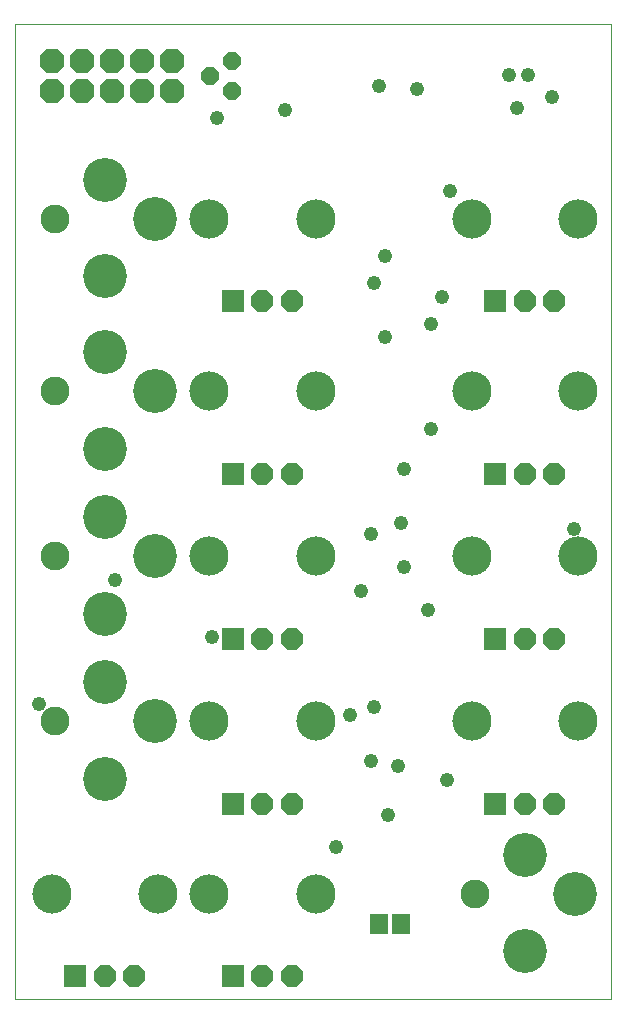
<source format=gts>
G75*
%MOIN*%
%OFA0B0*%
%FSLAX25Y25*%
%IPPOS*%
%LPD*%
%AMOC8*
5,1,8,0,0,1.08239X$1,22.5*
%
%ADD10C,0.00000*%
%ADD11OC8,0.06000*%
%ADD12C,0.14643*%
%ADD13C,0.09658*%
%ADD14OC8,0.08200*%
%ADD15R,0.07296X0.07296*%
%ADD16OC8,0.07296*%
%ADD17C,0.13068*%
%ADD18R,0.05918X0.06706*%
%ADD19C,0.04800*%
D10*
X0003000Y0001000D02*
X0003000Y0325961D01*
X0201701Y0325961D01*
X0201701Y0001000D01*
X0003000Y0001000D01*
D11*
X0075500Y0303500D03*
X0075500Y0313500D03*
X0068000Y0308500D03*
D12*
X0049535Y0261000D03*
X0033000Y0273992D03*
X0033000Y0241709D03*
X0033000Y0216492D03*
X0049535Y0203500D03*
X0033000Y0184209D03*
X0033000Y0161492D03*
X0049535Y0148500D03*
X0033000Y0129209D03*
X0033000Y0106492D03*
X0049535Y0093500D03*
X0033000Y0074209D03*
X0173000Y0048992D03*
X0189535Y0036000D03*
X0173000Y0016709D03*
D13*
X0156465Y0036000D03*
X0016465Y0093500D03*
X0016465Y0148500D03*
X0016465Y0203500D03*
X0016465Y0261000D03*
D14*
X0015500Y0303500D03*
X0015500Y0313500D03*
X0025500Y0313500D03*
X0025500Y0303500D03*
X0035500Y0303500D03*
X0035500Y0313500D03*
X0045500Y0313500D03*
X0045500Y0303500D03*
X0055500Y0303500D03*
X0055500Y0313500D03*
D15*
X0075657Y0233441D03*
X0075657Y0175941D03*
X0075657Y0120941D03*
X0075657Y0065941D03*
X0075657Y0008441D03*
X0023157Y0008441D03*
X0163157Y0065941D03*
X0163157Y0120941D03*
X0163157Y0175941D03*
X0163157Y0233441D03*
D16*
X0173000Y0233441D03*
X0182843Y0233441D03*
X0182843Y0175941D03*
X0173000Y0175941D03*
X0173000Y0120941D03*
X0182843Y0120941D03*
X0182843Y0065941D03*
X0173000Y0065941D03*
X0095343Y0065941D03*
X0085500Y0065941D03*
X0085500Y0120941D03*
X0095343Y0120941D03*
X0095343Y0175941D03*
X0085500Y0175941D03*
X0085500Y0233441D03*
X0095343Y0233441D03*
X0095343Y0008441D03*
X0085500Y0008441D03*
X0042843Y0008441D03*
X0033000Y0008441D03*
D17*
X0015283Y0036000D03*
X0050717Y0036000D03*
X0067783Y0036000D03*
X0103217Y0036000D03*
X0103217Y0093500D03*
X0103217Y0148500D03*
X0103217Y0203500D03*
X0103217Y0261000D03*
X0067783Y0261000D03*
X0067783Y0203500D03*
X0067783Y0148500D03*
X0067783Y0093500D03*
X0155283Y0093500D03*
X0155283Y0148500D03*
X0155283Y0203500D03*
X0155283Y0261000D03*
X0190717Y0261000D03*
X0190717Y0203500D03*
X0190717Y0148500D03*
X0190717Y0093500D03*
D18*
X0131740Y0026000D03*
X0124260Y0026000D03*
D19*
X0110100Y0051400D03*
X0127200Y0062200D03*
X0130800Y0078400D03*
X0121800Y0080200D03*
X0114600Y0095500D03*
X0122700Y0098200D03*
X0140700Y0130600D03*
X0132600Y0145000D03*
X0131700Y0159400D03*
X0121800Y0155800D03*
X0118200Y0136900D03*
X0132600Y0177400D03*
X0141600Y0190900D03*
X0126300Y0221500D03*
X0122700Y0239500D03*
X0126300Y0248500D03*
X0141600Y0226000D03*
X0145200Y0235000D03*
X0147900Y0270100D03*
X0137100Y0304300D03*
X0124500Y0305200D03*
X0093000Y0297100D03*
X0070500Y0294400D03*
X0036300Y0140500D03*
X0011100Y0099100D03*
X0068700Y0121600D03*
X0147000Y0073900D03*
X0189300Y0157600D03*
X0170400Y0298000D03*
X0167700Y0308800D03*
X0174000Y0308800D03*
X0182100Y0301600D03*
M02*

</source>
